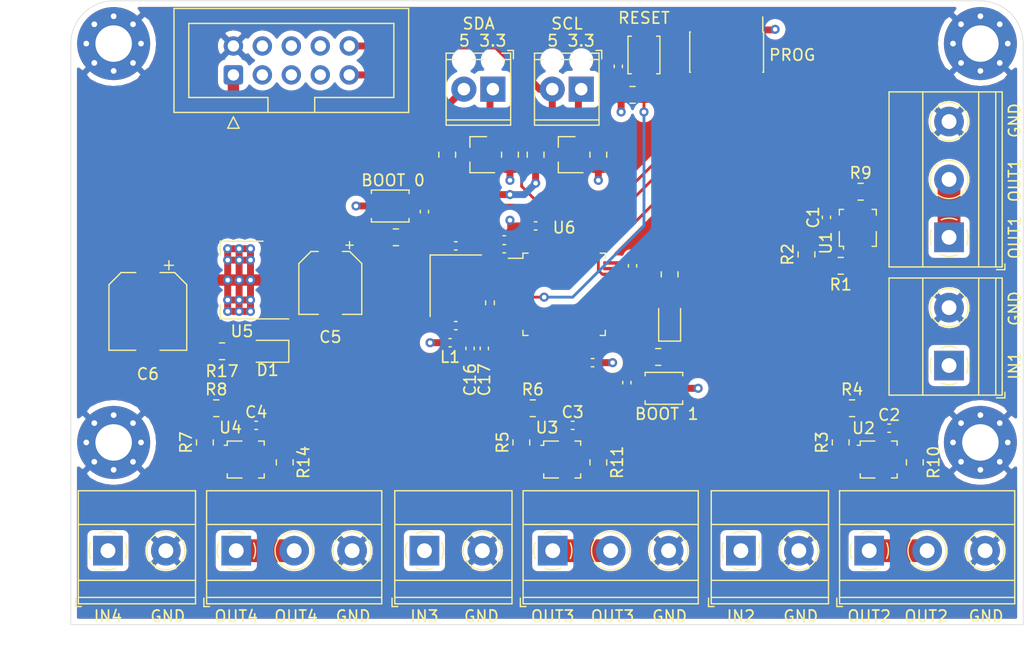
<source format=kicad_pcb>
(kicad_pcb (version 20171130) (host pcbnew 5.1.9-1.fc32)
  (layers (0 F.Cu signal) (1 In1.Cu power) (2 In2.Cu power) (31 B.Cu signal) (34 B.Paste user) (35 F.Paste user) (36 B.SilkS user) (37 F.SilkS user) (38 B.Mask user) (39 F.Mask user) (44 Edge.Cuts user))
  (net 0 "")
  (net 1 GND)
  (net 2 +3V3)
  (net 3 +5V)
  (net 4 OSC_IN)
  (net 5 "Net-(C8-Pad1)")
  (net 6 NRST)
  (net 7 BOOT0)
  (net 8 +3.3VA)
  (net 9 "Net-(D1-Pad2)")
  (net 10 "Net-(D2-Pad2)")
  (net 11 OutMes2)
  (net 12 +12P)
  (net 13 OutMes1)
  (net 14 +12V)
  (net 15 OutMes3)
  (net 16 OutMes4)
  (net 17 +12C)
  (net 18 +12L)
  (net 19 SDA_5)
  (net 20 SCL_5)
  (net 21 SDA_33)
  (net 22 SCL_33)
  (net 23 "Net-(J11-Pad8)")
  (net 24 "Net-(J11-Pad7)")
  (net 25 SWO)
  (net 26 SWCLK)
  (net 27 SWDIO)
  (net 28 "Net-(J12-Pad8)")
  (net 29 "Net-(J12-Pad6)")
  (net 30 "Net-(J12-Pad4)")
  (net 31 "Net-(J12-Pad7)")
  (net 32 "Net-(J12-Pad3)")
  (net 33 ANA_VOLT_1)
  (net 34 ANA_VOLT_2)
  (net 35 ANA_VOLT_3)
  (net 36 ANA_VOLT_4)
  (net 37 FAULT_1)
  (net 38 FAULT_2)
  (net 39 FAULT_3)
  (net 40 FAULT_4)
  (net 41 OSC_OUT)
  (net 42 HEART_BEAT)
  (net 43 BOOT1)
  (net 44 "Net-(U1-Pad8)")
  (net 45 "Net-(U1-Pad7)")
  (net 46 "Net-(U1-Pad6)")
  (net 47 "Net-(U1-Pad5)")
  (net 48 ANA_CURRENT_1)
  (net 49 "Net-(U2-Pad8)")
  (net 50 "Net-(U2-Pad7)")
  (net 51 "Net-(U2-Pad6)")
  (net 52 "Net-(U2-Pad5)")
  (net 53 ANA_CURRENT_2)
  (net 54 "Net-(U3-Pad8)")
  (net 55 "Net-(U3-Pad7)")
  (net 56 "Net-(U3-Pad6)")
  (net 57 "Net-(U3-Pad5)")
  (net 58 ANA_CURRENT_3)
  (net 59 "Net-(U4-Pad8)")
  (net 60 "Net-(U4-Pad7)")
  (net 61 "Net-(U4-Pad6)")
  (net 62 "Net-(U4-Pad5)")
  (net 63 ANA_CURRENT_4)
  (net 64 "Net-(U6-Pad46)")
  (net 65 "Net-(U6-Pad45)")
  (net 66 "Net-(U6-Pad41)")
  (net 67 "Net-(U6-Pad40)")
  (net 68 "Net-(U6-Pad38)")
  (net 69 "Net-(U6-Pad33)")
  (net 70 "Net-(U6-Pad32)")
  (net 71 "Net-(U6-Pad31)")
  (net 72 "Net-(U6-Pad30)")
  (net 73 "Net-(U6-Pad29)")
  (net 74 "Net-(U6-Pad22)")
  (net 75 "Net-(U6-Pad21)")
  (net 76 "Net-(U6-Pad19)")
  (net 77 "Net-(U6-Pad18)")
  (net 78 "Net-(U6-Pad4)")
  (net 79 "Net-(U6-Pad3)")
  (net 80 "Net-(J12-Pad5)")
  (module TerminalBlock_Phoenix:TerminalBlock_Phoenix_MPT-0,5-2-2.54_1x02_P2.54mm_Horizontal (layer F.Cu) (at 160.75 53.75 180)
    (fp_text reference J9 hide)
    (fp_text value "I2C SCL")
    (pad "" np_thru_hole circle (at 2.54 2.54 180) (size 1.1 1.1) (drill 1.1) (layers *.Cu *.Mask))
    (pad 2 thru_hole circle (at 2.54 0 180) (size 2.2 2.2) (drill 1.1) (layers *.Cu *.Mask) (net 20 SCL_5))
    (pad "" np_thru_hole circle (at 0 2.54 180) (size 1.1 1.1) (drill 1.1) (layers *.Cu *.Mask))
    (pad 1 thru_hole rect (at 0 0 180) (size 2.2 2.2) (drill 1.1) (layers *.Cu *.Mask) (net 22 SCL_33))
  )
  (module TerminalBlock_Phoenix:TerminalBlock_Phoenix_MPT-0,5-2-2.54_1x02_P2.54mm_Horizontal (layer F.Cu) (at 153 53.75 180)
    (fp_text reference J10 hide)
    (fp_text value "I2C SDA")
    (pad "" np_thru_hole circle (at 2.54 2.54 180) (size 1.1 1.1) (drill 1.1) (layers *.Cu *.Mask))
    (pad 2 thru_hole circle (at 2.54 0 180) (size 2.2 2.2) (drill 1.1) (layers *.Cu *.Mask) (net 19 SDA_5))
    (pad "" np_thru_hole circle (at 0 2.54 180) (size 1.1 1.1) (drill 1.1) (layers *.Cu *.Mask))
    (pad 1 thru_hole rect (at 0 0 180) (size 2.2 2.2) (drill 1.1) (layers *.Cu *.Mask) (net 21 SDA_33))
  )
  (module MountingHole:MountingHole_3.2mm_M3_Pad_Via (layer F.Cu) (at 195.75 84.75)
    (fp_text reference H4 hide)
    (fp_text value MountingHole_Pad)
    (pad 1 thru_hole circle (at 1.697056 -1.697056) (size 0.8 0.8) (drill 0.5) (layers *.Cu *.Mask) (net 1 GND))
    (pad 1 thru_hole circle (at 0 -2.4) (size 0.8 0.8) (drill 0.5) (layers *.Cu *.Mask) (net 1 GND))
    (pad 1 thru_hole circle (at -1.697056 -1.697056) (size 0.8 0.8) (drill 0.5) (layers *.Cu *.Mask) (net 1 GND))
    (pad 1 thru_hole circle (at -2.4 0) (size 0.8 0.8) (drill 0.5) (layers *.Cu *.Mask) (net 1 GND))
    (pad 1 thru_hole circle (at -1.697056 1.697056) (size 0.8 0.8) (drill 0.5) (layers *.Cu *.Mask) (net 1 GND))
    (pad 1 thru_hole circle (at 0 2.4) (size 0.8 0.8) (drill 0.5) (layers *.Cu *.Mask) (net 1 GND))
    (pad 1 thru_hole circle (at 1.697056 1.697056) (size 0.8 0.8) (drill 0.5) (layers *.Cu *.Mask) (net 1 GND))
    (pad 1 thru_hole circle (at 2.4 0) (size 0.8 0.8) (drill 0.5) (layers *.Cu *.Mask) (net 1 GND))
    (pad 1 thru_hole circle (at 0 0) (size 6.4 6.4) (drill 3.2) (layers *.Cu *.Mask) (net 1 GND))
  )
  (module MountingHole:MountingHole_3.2mm_M3_Pad_Via (layer F.Cu) (at 195.75 49.75)
    (fp_text reference H3 hide)
    (fp_text value MountingHole_Pad)
    (pad 1 thru_hole circle (at 1.697056 -1.697056) (size 0.8 0.8) (drill 0.5) (layers *.Cu *.Mask) (net 1 GND))
    (pad 1 thru_hole circle (at 0 -2.4) (size 0.8 0.8) (drill 0.5) (layers *.Cu *.Mask) (net 1 GND))
    (pad 1 thru_hole circle (at -1.697056 -1.697056) (size 0.8 0.8) (drill 0.5) (layers *.Cu *.Mask) (net 1 GND))
    (pad 1 thru_hole circle (at -2.4 0) (size 0.8 0.8) (drill 0.5) (layers *.Cu *.Mask) (net 1 GND))
    (pad 1 thru_hole circle (at -1.697056 1.697056) (size 0.8 0.8) (drill 0.5) (layers *.Cu *.Mask) (net 1 GND))
    (pad 1 thru_hole circle (at 0 2.4) (size 0.8 0.8) (drill 0.5) (layers *.Cu *.Mask) (net 1 GND))
    (pad 1 thru_hole circle (at 1.697056 1.697056) (size 0.8 0.8) (drill 0.5) (layers *.Cu *.Mask) (net 1 GND))
    (pad 1 thru_hole circle (at 2.4 0) (size 0.8 0.8) (drill 0.5) (layers *.Cu *.Mask) (net 1 GND))
    (pad 1 thru_hole circle (at 0 0) (size 6.4 6.4) (drill 3.2) (layers *.Cu *.Mask) (net 1 GND))
  )
  (module MountingHole:MountingHole_3.2mm_M3_Pad_Via (layer F.Cu) (at 119.75 84.75)
    (fp_text reference H2 hide)
    (fp_text value MountingHole_Pad)
    (pad 1 thru_hole circle (at 1.697056 -1.697056) (size 0.8 0.8) (drill 0.5) (layers *.Cu *.Mask) (net 1 GND))
    (pad 1 thru_hole circle (at 0 -2.4) (size 0.8 0.8) (drill 0.5) (layers *.Cu *.Mask) (net 1 GND))
    (pad 1 thru_hole circle (at -1.697056 -1.697056) (size 0.8 0.8) (drill 0.5) (layers *.Cu *.Mask) (net 1 GND))
    (pad 1 thru_hole circle (at -2.4 0) (size 0.8 0.8) (drill 0.5) (layers *.Cu *.Mask) (net 1 GND))
    (pad 1 thru_hole circle (at -1.697056 1.697056) (size 0.8 0.8) (drill 0.5) (layers *.Cu *.Mask) (net 1 GND))
    (pad 1 thru_hole circle (at 0 2.4) (size 0.8 0.8) (drill 0.5) (layers *.Cu *.Mask) (net 1 GND))
    (pad 1 thru_hole circle (at 1.697056 1.697056) (size 0.8 0.8) (drill 0.5) (layers *.Cu *.Mask) (net 1 GND))
    (pad 1 thru_hole circle (at 2.4 0) (size 0.8 0.8) (drill 0.5) (layers *.Cu *.Mask) (net 1 GND))
    (pad 1 thru_hole circle (at 0 0) (size 6.4 6.4) (drill 3.2) (layers *.Cu *.Mask) (net 1 GND))
  )
  (module MountingHole:MountingHole_3.2mm_M3_Pad_Via (layer F.Cu) (at 119.75 49.75)
    (fp_text reference H1 hide)
    (fp_text value MountingHole_Pad)
    (pad 1 thru_hole circle (at 1.697056 -1.697056) (size 0.8 0.8) (drill 0.5) (layers *.Cu *.Mask) (net 1 GND))
    (pad 1 thru_hole circle (at 0 -2.4) (size 0.8 0.8) (drill 0.5) (layers *.Cu *.Mask) (net 1 GND))
    (pad 1 thru_hole circle (at -1.697056 -1.697056) (size 0.8 0.8) (drill 0.5) (layers *.Cu *.Mask) (net 1 GND))
    (pad 1 thru_hole circle (at -2.4 0) (size 0.8 0.8) (drill 0.5) (layers *.Cu *.Mask) (net 1 GND))
    (pad 1 thru_hole circle (at -1.697056 1.697056) (size 0.8 0.8) (drill 0.5) (layers *.Cu *.Mask) (net 1 GND))
    (pad 1 thru_hole circle (at 0 2.4) (size 0.8 0.8) (drill 0.5) (layers *.Cu *.Mask) (net 1 GND))
    (pad 1 thru_hole circle (at 1.697056 1.697056) (size 0.8 0.8) (drill 0.5) (layers *.Cu *.Mask) (net 1 GND))
    (pad 1 thru_hole circle (at 2.4 0) (size 0.8 0.8) (drill 0.5) (layers *.Cu *.Mask) (net 1 GND))
    (pad 1 thru_hole circle (at 0 0) (size 6.4 6.4) (drill 3.2) (layers *.Cu *.Mask) (net 1 GND))
  )
  (module Button_Switch_SMD:SW_SPST_B3U-1000P (layer F.Cu) (at 168 80)
    (fp_text reference SW3 hide)
    (fp_text value Boot1)
    (pad 2 smd rect (at 1.7 0) (size 0.9 1.7) (layers F.Cu F.Paste F.Mask) (net 2 +3V3))
    (pad 1 smd rect (at -1.7 0) (size 0.9 1.7) (layers F.Cu F.Paste F.Mask) (net 43 BOOT1))
  )
  (module Capacitor_SMD:C_0402_1005Metric_Pad0.74x0.62mm_HandSolder (layer F.Cu) (at 164.75 79.5 90)
    (fp_text reference C18 hide)
    (fp_text value 100n)
    (pad 2 smd roundrect (at 0.5675 0 90) (size 0.735 0.62) (layers F.Cu F.Paste F.Mask) (net 1 GND))
    (pad 1 smd roundrect (at -0.5675 0 90) (size 0.735 0.62) (layers F.Cu F.Paste F.Mask) (net 43 BOOT1))
  )
  (module Resistor_SMD:R_0402_1005Metric_Pad0.72x0.64mm_HandSolder (layer F.Cu) (at 152.75 72.5 270)
    (fp_text reference R20 hide)
    (fp_text value 47)
    (pad 2 smd roundrect (at 0.5975 0 270) (size 0.715 0.64) (layers F.Cu F.Paste F.Mask) (net 5 "Net-(C8-Pad1)"))
    (pad 1 smd roundrect (at -0.5975 0 270) (size 0.715 0.64) (layers F.Cu F.Paste F.Mask) (net 41 OSC_OUT))
  )
  (module Crystal:Crystal_SMD_3225-4Pin_3.2x2.5mm_HandSoldering (layer F.Cu) (at 149.75 71 270)
    (fp_text reference Y1 hide)
    (fp_text value 16Mhz)
    (pad 4 smd rect (at -1.45 -1.15 270) (size 2.1 1.8) (layers F.Cu F.Paste F.Mask) (net 1 GND))
    (pad 3 smd rect (at 1.45 -1.15 270) (size 2.1 1.8) (layers F.Cu F.Paste F.Mask) (net 5 "Net-(C8-Pad1)"))
    (pad 2 smd rect (at 1.45 1.15 270) (size 2.1 1.8) (layers F.Cu F.Paste F.Mask) (net 1 GND))
    (pad 1 smd rect (at -1.45 1.15 270) (size 2.1 1.8) (layers F.Cu F.Paste F.Mask) (net 4 OSC_IN))
  )
  (module Package_QFP:LQFP-48_7x7mm_P0.5mm (layer F.Cu) (at 159.25 71.75)
    (fp_text reference U6 (at 0 -5.85) (layer F.SilkS))
    (fp_text value STM32F103C8Tx)
    (pad 48 smd roundrect (at -2.75 -4.1625) (size 0.3 1.475) (layers F.Cu F.Paste F.Mask) (net 2 +3V3))
    (pad 47 smd roundrect (at -2.25 -4.1625) (size 0.3 1.475) (layers F.Cu F.Paste F.Mask) (net 1 GND))
    (pad 46 smd roundrect (at -1.75 -4.1625) (size 0.3 1.475) (layers F.Cu F.Paste F.Mask) (net 64 "Net-(U6-Pad46)"))
    (pad 45 smd roundrect (at -1.25 -4.1625) (size 0.3 1.475) (layers F.Cu F.Paste F.Mask) (net 65 "Net-(U6-Pad45)"))
    (pad 44 smd roundrect (at -0.75 -4.1625) (size 0.3 1.475) (layers F.Cu F.Paste F.Mask) (net 7 BOOT0))
    (pad 43 smd roundrect (at -0.25 -4.1625) (size 0.3 1.475) (layers F.Cu F.Paste F.Mask) (net 21 SDA_33))
    (pad 42 smd roundrect (at 0.25 -4.1625) (size 0.3 1.475) (layers F.Cu F.Paste F.Mask) (net 22 SCL_33))
    (pad 41 smd roundrect (at 0.75 -4.1625) (size 0.3 1.475) (layers F.Cu F.Paste F.Mask) (net 66 "Net-(U6-Pad41)"))
    (pad 40 smd roundrect (at 1.25 -4.1625) (size 0.3 1.475) (layers F.Cu F.Paste F.Mask) (net 67 "Net-(U6-Pad40)"))
    (pad 39 smd roundrect (at 1.75 -4.1625) (size 0.3 1.475) (layers F.Cu F.Paste F.Mask) (net 25 SWO))
    (pad 38 smd roundrect (at 2.25 -4.1625) (size 0.3 1.475) (layers F.Cu F.Paste F.Mask) (net 68 "Net-(U6-Pad38)"))
    (pad 37 smd roundrect (at 2.75 -4.1625) (size 0.3 1.475) (layers F.Cu F.Paste F.Mask) (net 26 SWCLK))
    (pad 36 smd roundrect (at 4.1625 -2.75) (size 1.475 0.3) (layers F.Cu F.Paste F.Mask) (net 2 +3V3))
    (pad 35 smd roundrect (at 4.1625 -2.25) (size 1.475 0.3) (layers F.Cu F.Paste F.Mask) (net 1 GND))
    (pad 34 smd roundrect (at 4.1625 -1.75) (size 1.475 0.3) (layers F.Cu F.Paste F.Mask) (net 27 SWDIO))
    (pad 33 smd roundrect (at 4.1625 -1.25) (size 1.475 0.3) (layers F.Cu F.Paste F.Mask) (net 69 "Net-(U6-Pad33)"))
    (pad 32 smd roundrect (at 4.1625 -0.75) (size 1.475 0.3) (layers F.Cu F.Paste F.Mask) (net 70 "Net-(U6-Pad32)"))
    (pad 31 smd roundrect (at 4.1625 -0.25) (size 1.475 0.3) (layers F.Cu F.Paste F.Mask) (net 71 "Net-(U6-Pad31)"))
    (pad 30 smd roundrect (at 4.1625 0.25) (size 1.475 0.3) (layers F.Cu F.Paste F.Mask) (net 72 "Net-(U6-Pad30)"))
    (pad 29 smd roundrect (at 4.1625 0.75) (size 1.475 0.3) (layers F.Cu F.Paste F.Mask) (net 73 "Net-(U6-Pad29)"))
    (pad 28 smd roundrect (at 4.1625 1.25) (size 1.475 0.3) (layers F.Cu F.Paste F.Mask) (net 40 FAULT_4))
    (pad 27 smd roundrect (at 4.1625 1.75) (size 1.475 0.3) (layers F.Cu F.Paste F.Mask) (net 39 FAULT_3))
    (pad 26 smd roundrect (at 4.1625 2.25) (size 1.475 0.3) (layers F.Cu F.Paste F.Mask) (net 38 FAULT_2))
    (pad 25 smd roundrect (at 4.1625 2.75) (size 1.475 0.3) (layers F.Cu F.Paste F.Mask) (net 37 FAULT_1))
    (pad 24 smd roundrect (at 2.75 4.1625) (size 0.3 1.475) (layers F.Cu F.Paste F.Mask) (net 2 +3V3))
    (pad 23 smd roundrect (at 2.25 4.1625) (size 0.3 1.475) (layers F.Cu F.Paste F.Mask) (net 1 GND))
    (pad 22 smd roundrect (at 1.75 4.1625) (size 0.3 1.475) (layers F.Cu F.Paste F.Mask) (net 74 "Net-(U6-Pad22)"))
    (pad 21 smd roundrect (at 1.25 4.1625) (size 0.3 1.475) (layers F.Cu F.Paste F.Mask) (net 75 "Net-(U6-Pad21)"))
    (pad 20 smd roundrect (at 0.75 4.1625) (size 0.3 1.475) (layers F.Cu F.Paste F.Mask) (net 43 BOOT1))
    (pad 19 smd roundrect (at 0.25 4.1625) (size 0.3 1.475) (layers F.Cu F.Paste F.Mask) (net 76 "Net-(U6-Pad19)"))
    (pad 18 smd roundrect (at -0.25 4.1625) (size 0.3 1.475) (layers F.Cu F.Paste F.Mask) (net 77 "Net-(U6-Pad18)"))
    (pad 17 smd roundrect (at -0.75 4.1625) (size 0.3 1.475) (layers F.Cu F.Paste F.Mask) (net 36 ANA_VOLT_4))
    (pad 16 smd roundrect (at -1.25 4.1625) (size 0.3 1.475) (layers F.Cu F.Paste F.Mask) (net 35 ANA_VOLT_3))
    (pad 15 smd roundrect (at -1.75 4.1625) (size 0.3 1.475) (layers F.Cu F.Paste F.Mask) (net 34 ANA_VOLT_2))
    (pad 14 smd roundrect (at -2.25 4.1625) (size 0.3 1.475) (layers F.Cu F.Paste F.Mask) (net 33 ANA_VOLT_1))
    (pad 13 smd roundrect (at -2.75 4.1625) (size 0.3 1.475) (layers F.Cu F.Paste F.Mask) (net 63 ANA_CURRENT_4))
    (pad 12 smd roundrect (at -4.1625 2.75) (size 1.475 0.3) (layers F.Cu F.Paste F.Mask) (net 58 ANA_CURRENT_3))
    (pad 11 smd roundrect (at -4.1625 2.25) (size 1.475 0.3) (layers F.Cu F.Paste F.Mask) (net 53 ANA_CURRENT_2))
    (pad 10 smd roundrect (at -4.1625 1.75) (size 1.475 0.3) (layers F.Cu F.Paste F.Mask) (net 48 ANA_CURRENT_1))
    (pad 9 smd roundrect (at -4.1625 1.25) (size 1.475 0.3) (layers F.Cu F.Paste F.Mask) (net 8 +3.3VA))
    (pad 8 smd roundrect (at -4.1625 0.75) (size 1.475 0.3) (layers F.Cu F.Paste F.Mask) (net 1 GND))
    (pad 7 smd roundrect (at -4.1625 0.25) (size 1.475 0.3) (layers F.Cu F.Paste F.Mask) (net 6 NRST))
    (pad 6 smd roundrect (at -4.1625 -0.25) (size 1.475 0.3) (layers F.Cu F.Paste F.Mask) (net 41 OSC_OUT))
    (pad 5 smd roundrect (at -4.1625 -0.75) (size 1.475 0.3) (layers F.Cu F.Paste F.Mask) (net 4 OSC_IN))
    (pad 4 smd roundrect (at -4.1625 -1.25) (size 1.475 0.3) (layers F.Cu F.Paste F.Mask) (net 78 "Net-(U6-Pad4)"))
    (pad 3 smd roundrect (at -4.1625 -1.75) (size 1.475 0.3) (layers F.Cu F.Paste F.Mask) (net 79 "Net-(U6-Pad3)"))
    (pad 2 smd roundrect (at -4.1625 -2.25) (size 1.475 0.3) (layers F.Cu F.Paste F.Mask) (net 42 HEART_BEAT))
    (pad 1 smd roundrect (at -4.1625 -2.75) (size 1.475 0.3) (layers F.Cu F.Paste F.Mask) (net 2 +3V3))
  )
  (module Package_TO_SOT_SMD:SOT-223-3_TabPin2 (layer F.Cu) (at 131 70.5 180)
    (fp_text reference U5 (at 0 -4.5) (layer F.SilkS))
    (fp_text value AMS1117-3.3)
    (pad 1 smd rect (at -3.15 -2.3 180) (size 2 1.5) (layers F.Cu F.Paste F.Mask) (net 1 GND))
    (pad 3 smd rect (at -3.15 2.3 180) (size 2 1.5) (layers F.Cu F.Paste F.Mask) (net 3 +5V))
    (pad 2 smd rect (at -3.15 0 180) (size 2 1.5) (layers F.Cu F.Paste F.Mask) (net 2 +3V3))
    (pad 2 smd rect (at 3.15 0 180) (size 2 3.8) (layers F.Cu F.Paste F.Mask) (net 2 +3V3))
  )
  (module Sensor_Current:Allegro_QFN-12-10-1EP_3x3mm_P0.5mm (layer F.Cu) (at 131.25 86.25)
    (fp_text reference U4 (at -1.25 -2.8) (layer F.SilkS))
    (fp_text value ACS711xEXLT-15AB)
    (pad 2 smd rect (at -0.785 0.7 45) (size 0.2828 0.2828) (layers F.Cu F.Paste F.Mask) (net 16 OutMes4))
    (pad 2 smd rect (at -0.685 0.4) (size 0.2 0.6) (layers F.Cu F.Paste F.Mask) (net 16 OutMes4))
    (pad 2 smd rect (at -1.32 0.5) (size 1.07 0.8) (layers F.Cu F.Paste F.Mask) (net 16 OutMes4))
    (pad 1 smd rect (at -0.785 -0.7 45) (size 0.2828 0.2828) (layers F.Cu F.Paste F.Mask) (net 18 +12L))
    (pad 1 smd rect (at -0.685 -0.4) (size 0.2 0.6) (layers F.Cu F.Paste F.Mask) (net 18 +12L))
    (pad 1 smd rect (at -1.32 -0.5) (size 1.07 0.8) (layers F.Cu F.Paste F.Mask) (net 18 +12L))
    (pad 8 smd rect (at 1.43 -0.75) (size 0.85 0.3) (layers F.Cu F.Paste F.Mask) (net 59 "Net-(U4-Pad8)"))
    (pad 7 smd rect (at 1.43 -0.25) (size 0.85 0.3) (layers F.Cu F.Paste F.Mask) (net 60 "Net-(U4-Pad7)"))
    (pad 6 smd rect (at 1.43 0.25) (size 0.85 0.3) (layers F.Cu F.Paste F.Mask) (net 61 "Net-(U4-Pad6)"))
    (pad 5 smd rect (at 1.43 0.75) (size 0.85 0.3) (layers F.Cu F.Paste F.Mask) (net 62 "Net-(U4-Pad5)"))
    (pad 4 smd rect (at 0.73 1.45) (size 0.3 0.85) (layers F.Cu F.Paste F.Mask) (net 40 FAULT_4))
    (pad 3 smd rect (at 0.23 1.45) (size 0.3 0.85) (layers F.Cu F.Paste F.Mask) (net 1 GND))
    (pad 9 smd rect (at 0.73 -1.45) (size 0.3 0.85) (layers F.Cu F.Paste F.Mask) (net 63 ANA_CURRENT_4))
    (pad 10 smd rect (at 0.23 -1.45) (size 0.3 0.85) (layers F.Cu F.Paste F.Mask) (net 2 +3V3))
  )
  (module Sensor_Current:Allegro_QFN-12-10-1EP_3x3mm_P0.5mm (layer F.Cu) (at 159 86.25)
    (fp_text reference U3 (at -1.25 -2.8) (layer F.SilkS))
    (fp_text value ACS711xEXLT-15AB)
    (pad 2 smd rect (at -0.785 0.7 45) (size 0.2828 0.2828) (layers F.Cu F.Paste F.Mask) (net 15 OutMes3))
    (pad 2 smd rect (at -0.685 0.4) (size 0.2 0.6) (layers F.Cu F.Paste F.Mask) (net 15 OutMes3))
    (pad 2 smd rect (at -1.32 0.5) (size 1.07 0.8) (layers F.Cu F.Paste F.Mask) (net 15 OutMes3))
    (pad 1 smd rect (at -0.785 -0.7 45) (size 0.2828 0.2828) (layers F.Cu F.Paste F.Mask) (net 17 +12C))
    (pad 1 smd rect (at -0.685 -0.4) (size 0.2 0.6) (layers F.Cu F.Paste F.Mask) (net 17 +12C))
    (pad 1 smd rect (at -1.32 -0.5) (size 1.07 0.8) (layers F.Cu F.Paste F.Mask) (net 17 +12C))
    (pad 8 smd rect (at 1.43 -0.75) (size 0.85 0.3) (layers F.Cu F.Paste F.Mask) (net 54 "Net-(U3-Pad8)"))
    (pad 7 smd rect (at 1.43 -0.25) (size 0.85 0.3) (layers F.Cu F.Paste F.Mask) (net 55 "Net-(U3-Pad7)"))
    (pad 6 smd rect (at 1.43 0.25) (size 0.85 0.3) (layers F.Cu F.Paste F.Mask) (net 56 "Net-(U3-Pad6)"))
    (pad 5 smd rect (at 1.43 0.75) (size 0.85 0.3) (layers F.Cu F.Paste F.Mask) (net 57 "Net-(U3-Pad5)"))
    (pad 4 smd rect (at 0.73 1.45) (size 0.3 0.85) (layers F.Cu F.Paste F.Mask) (net 39 FAULT_3))
    (pad 3 smd rect (at 0.23 1.45) (size 0.3 0.85) (layers F.Cu F.Paste F.Mask) (net 1 GND))
    (pad 9 smd rect (at 0.73 -1.45) (size 0.3 0.85) (layers F.Cu F.Paste F.Mask) (net 58 ANA_CURRENT_3))
    (pad 10 smd rect (at 0.23 -1.45) (size 0.3 0.85) (layers F.Cu F.Paste F.Mask) (net 2 +3V3))
  )
  (module Sensor_Current:Allegro_QFN-12-10-1EP_3x3mm_P0.5mm (layer F.Cu) (at 186.75 86.25)
    (fp_text reference U2 (at -1.25 -2.75) (layer F.SilkS))
    (fp_text value ACS711xEXLT-15AB)
    (pad 2 smd rect (at -0.785 0.7 45) (size 0.2828 0.2828) (layers F.Cu F.Paste F.Mask) (net 11 OutMes2))
    (pad 2 smd rect (at -0.685 0.4) (size 0.2 0.6) (layers F.Cu F.Paste F.Mask) (net 11 OutMes2))
    (pad 2 smd rect (at -1.32 0.5) (size 1.07 0.8) (layers F.Cu F.Paste F.Mask) (net 11 OutMes2))
    (pad 1 smd rect (at -0.785 -0.7 45) (size 0.2828 0.2828) (layers F.Cu F.Paste F.Mask) (net 14 +12V))
    (pad 1 smd rect (at -0.685 -0.4) (size 0.2 0.6) (layers F.Cu F.Paste F.Mask) (net 14 +12V))
    (pad 1 smd rect (at -1.32 -0.5) (size 1.07 0.8) (layers F.Cu F.Paste F.Mask) (net 14 +12V))
    (pad 8 smd rect (at 1.43 -0.75) (size 0.85 0.3) (layers F.Cu F.Paste F.Mask) (net 49 "Net-(U2-Pad8)"))
    (pad 7 smd rect (at 1.43 -0.25) (size 0.85 0.3) (layers F.Cu F.Paste F.Mask) (net 50 "Net-(U2-Pad7)"))
    (pad 6 smd rect (at 1.43 0.25) (size 0.85 0.3) (layers F.Cu F.Paste F.Mask) (net 51 "Net-(U2-Pad6)"))
    (pad 5 smd rect (at 1.43 0.75) (size 0.85 0.3) (layers F.Cu F.Paste F.Mask) (net 52 "Net-(U2-Pad5)"))
    (pad 4 smd rect (at 0.73 1.45) (size 0.3 0.85) (layers F.Cu F.Paste F.Mask) (net 38 FAULT_2))
    (pad 3 smd rect (at 0.23 1.45) (size 0.3 0.85) (layers F.Cu F.Paste F.Mask) (net 1 GND))
    (pad 9 smd rect (at 0.73 -1.45) (size 0.3 0.85) (layers F.Cu F.Paste F.Mask) (net 53 ANA_CURRENT_2))
    (pad 10 smd rect (at 0.23 -1.45) (size 0.3 0.85) (layers F.Cu F.Paste F.Mask) (net 2 +3V3))
  )
  (module Sensor_Current:Allegro_QFN-12-10-1EP_3x3mm_P0.5mm (layer F.Cu) (at 185 66 90)
    (fp_text reference U1 (at -1.25 -2.8 90) (layer F.SilkS))
    (fp_text value ACS711xEXLT-15AB)
    (pad 2 smd rect (at -0.785 0.7 135) (size 0.2828 0.2828) (layers F.Cu F.Paste F.Mask) (net 13 OutMes1))
    (pad 2 smd rect (at -0.685 0.4 90) (size 0.2 0.6) (layers F.Cu F.Paste F.Mask) (net 13 OutMes1))
    (pad 2 smd rect (at -1.32 0.5 90) (size 1.07 0.8) (layers F.Cu F.Paste F.Mask) (net 13 OutMes1))
    (pad 1 smd rect (at -0.785 -0.7 135) (size 0.2828 0.2828) (layers F.Cu F.Paste F.Mask) (net 12 +12P))
    (pad 1 smd rect (at -0.685 -0.4 90) (size 0.2 0.6) (layers F.Cu F.Paste F.Mask) (net 12 +12P))
    (pad 1 smd rect (at -1.32 -0.5 90) (size 1.07 0.8) (layers F.Cu F.Paste F.Mask) (net 12 +12P))
    (pad 8 smd rect (at 1.43 -0.75 90) (size 0.85 0.3) (layers F.Cu F.Paste F.Mask) (net 44 "Net-(U1-Pad8)"))
    (pad 7 smd rect (at 1.43 -0.25 90) (size 0.85 0.3) (layers F.Cu F.Paste F.Mask) (net 45 "Net-(U1-Pad7)"))
    (pad 6 smd rect (at 1.43 0.25 90) (size 0.85 0.3) (layers F.Cu F.Paste F.Mask) (net 46 "Net-(U1-Pad6)"))
    (pad 5 smd rect (at 1.43 0.75 90) (size 0.85 0.3) (layers F.Cu F.Paste F.Mask) (net 47 "Net-(U1-Pad5)"))
    (pad 4 smd rect (at 0.73 1.45 90) (size 0.3 0.85) (layers F.Cu F.Paste F.Mask) (net 37 FAULT_1))
    (pad 3 smd rect (at 0.23 1.45 90) (size 0.3 0.85) (layers F.Cu F.Paste F.Mask) (net 1 GND))
    (pad 9 smd rect (at 0.73 -1.45 90) (size 0.3 0.85) (layers F.Cu F.Paste F.Mask) (net 48 ANA_CURRENT_1))
    (pad 10 smd rect (at 0.23 -1.45 90) (size 0.3 0.85) (layers F.Cu F.Paste F.Mask) (net 2 +3V3))
  )
  (module Button_Switch_SMD:SW_SPST_B3U-1000P (layer F.Cu) (at 144 64 180)
    (fp_text reference SW2 hide)
    (fp_text value Boot0)
    (pad 2 smd rect (at 1.7 0 180) (size 0.9 1.7) (layers F.Cu F.Paste F.Mask) (net 2 +3V3))
    (pad 1 smd rect (at -1.7 0 180) (size 0.9 1.7) (layers F.Cu F.Paste F.Mask) (net 7 BOOT0))
  )
  (module Button_Switch_SMD:SW_SPST_B3U-1000P (layer F.Cu) (at 166.25 50.75 270)
    (fp_text reference SW1 hide)
    (fp_text value Reset)
    (pad 2 smd rect (at 1.7 0 270) (size 0.9 1.7) (layers F.Cu F.Paste F.Mask) (net 6 NRST))
    (pad 1 smd rect (at -1.7 0 270) (size 0.9 1.7) (layers F.Cu F.Paste F.Mask) (net 1 GND))
  )
  (module Resistor_SMD:R_0805_2012Metric_Pad1.20x1.40mm_HandSolder (layer F.Cu) (at 167.5 77.25)
    (fp_text reference R22 hide)
    (fp_text value 10k)
    (pad 2 smd roundrect (at 1 0) (size 1.2 1.4) (layers F.Cu F.Paste F.Mask) (roundrect_rratio 0.208333) (net 1 GND))
    (pad 1 smd roundrect (at -1 0) (size 1.2 1.4) (layers F.Cu F.Paste F.Mask) (roundrect_rratio 0.208333) (net 43 BOOT1))
  )
  (module Resistor_SMD:R_0805_2012Metric_Pad1.20x1.40mm_HandSolder (layer F.Cu) (at 168.5 70 270)
    (fp_text reference R21 hide)
    (fp_text value 1k5)
    (pad 2 smd roundrect (at 1 0 270) (size 1.2 1.4) (layers F.Cu F.Paste F.Mask) (roundrect_rratio 0.208333) (net 10 "Net-(D2-Pad2)"))
    (pad 1 smd roundrect (at -1 0 270) (size 1.2 1.4) (layers F.Cu F.Paste F.Mask) (roundrect_rratio 0.208333) (net 42 HEART_BEAT))
  )
  (module Resistor_SMD:R_0805_2012Metric_Pad1.20x1.40mm_HandSolder (layer F.Cu) (at 144.5 66.75 180)
    (fp_text reference R19 hide)
    (fp_text value 10k)
    (pad 2 smd roundrect (at 1 0 180) (size 1.2 1.4) (layers F.Cu F.Paste F.Mask) (roundrect_rratio 0.208333) (net 1 GND))
    (pad 1 smd roundrect (at -1 0 180) (size 1.2 1.4) (layers F.Cu F.Paste F.Mask) (roundrect_rratio 0.208333) (net 7 BOOT0))
  )
  (module Resistor_SMD:R_0805_2012Metric_Pad1.20x1.40mm_HandSolder (layer F.Cu) (at 165.25 54.25)
    (fp_text reference R18 hide)
    (fp_text value 10k)
    (pad 2 smd roundrect (at 1 0) (size 1.2 1.4) (layers F.Cu F.Paste F.Mask) (roundrect_rratio 0.208333) (net 6 NRST))
    (pad 1 smd roundrect (at -1 0) (size 1.2 1.4) (layers F.Cu F.Paste F.Mask) (roundrect_rratio 0.208333) (net 2 +3V3))
  )
  (module Resistor_SMD:R_0805_2012Metric_Pad1.20x1.40mm_HandSolder (layer F.Cu) (at 129.25 76.75)
    (fp_text reference R17 (at 0 1.75) (layer F.SilkS))
    (fp_text value 18)
    (pad 2 smd roundrect (at 1 0) (size 1.2 1.4) (layers F.Cu F.Paste F.Mask) (roundrect_rratio 0.208333) (net 9 "Net-(D1-Pad2)"))
    (pad 1 smd roundrect (at -1 0) (size 1.2 1.4) (layers F.Cu F.Paste F.Mask) (roundrect_rratio 0.208333) (net 2 +3V3))
  )
  (module Resistor_SMD:R_0805_2012Metric_Pad1.20x1.40mm_HandSolder (layer F.Cu) (at 149 59.5 90)
    (fp_text reference R16 hide)
    (fp_text value 10k)
    (pad 2 smd roundrect (at 1 0 90) (size 1.2 1.4) (layers F.Cu F.Paste F.Mask) (roundrect_rratio 0.208333) (net 19 SDA_5))
    (pad 1 smd roundrect (at -1 0 90) (size 1.2 1.4) (layers F.Cu F.Paste F.Mask) (roundrect_rratio 0.208333) (net 3 +5V))
  )
  (module Resistor_SMD:R_0805_2012Metric_Pad1.20x1.40mm_HandSolder (layer F.Cu) (at 156.75 59.5 90)
    (fp_text reference R15 hide)
    (fp_text value 10k)
    (pad 2 smd roundrect (at 1 0 90) (size 1.2 1.4) (layers F.Cu F.Paste F.Mask) (roundrect_rratio 0.208333) (net 20 SCL_5))
    (pad 1 smd roundrect (at -1 0 90) (size 1.2 1.4) (layers F.Cu F.Paste F.Mask) (roundrect_rratio 0.208333) (net 3 +5V))
  )
  (module Resistor_SMD:R_0805_2012Metric_Pad1.20x1.40mm_HandSolder (layer F.Cu) (at 134.75 86.5 270)
    (fp_text reference R14 (at 0 -1.65 90) (layer F.SilkS))
    (fp_text value 10k)
    (pad 2 smd roundrect (at 1 0 270) (size 1.2 1.4) (layers F.Cu F.Paste F.Mask) (roundrect_rratio 0.208333) (net 40 FAULT_4))
    (pad 1 smd roundrect (at -1 0 270) (size 1.2 1.4) (layers F.Cu F.Paste F.Mask) (roundrect_rratio 0.208333) (net 2 +3V3))
  )
  (module Resistor_SMD:R_0805_2012Metric_Pad1.20x1.40mm_HandSolder (layer F.Cu) (at 154.5 59.5 90)
    (fp_text reference R13 hide)
    (fp_text value 10k)
    (pad 2 smd roundrect (at 1 0 90) (size 1.2 1.4) (layers F.Cu F.Paste F.Mask) (roundrect_rratio 0.208333) (net 21 SDA_33))
    (pad 1 smd roundrect (at -1 0 90) (size 1.2 1.4) (layers F.Cu F.Paste F.Mask) (roundrect_rratio 0.208333) (net 2 +3V3))
  )
  (module Resistor_SMD:R_0805_2012Metric_Pad1.20x1.40mm_HandSolder (layer F.Cu) (at 162.25 59.5 90)
    (fp_text reference R12 hide)
    (fp_text value 10k)
    (pad 2 smd roundrect (at 1 0 90) (size 1.2 1.4) (layers F.Cu F.Paste F.Mask) (roundrect_rratio 0.208333) (net 22 SCL_33))
    (pad 1 smd roundrect (at -1 0 90) (size 1.2 1.4) (layers F.Cu F.Paste F.Mask) (roundrect_rratio 0.208333) (net 2 +3V3))
  )
  (module Resistor_SMD:R_0805_2012Metric_Pad1.20x1.40mm_HandSolder (layer F.Cu) (at 162.25 86.5 270)
    (fp_text reference R11 (at 0 -1.65 90) (layer F.SilkS))
    (fp_text value 10k)
    (pad 2 smd roundrect (at 1 0 270) (size 1.2 1.4) (layers F.Cu F.Paste F.Mask) (roundrect_rratio 0.208333) (net 39 FAULT_3))
    (pad 1 smd roundrect (at -1 0 270) (size 1.2 1.4) (layers F.Cu F.Paste F.Mask) (roundrect_rratio 0.208333) (net 2 +3V3))
  )
  (module Resistor_SMD:R_0805_2012Metric_Pad1.20x1.40mm_HandSolder (layer F.Cu) (at 190 86.5 270)
    (fp_text reference R10 (at 0 -1.65 90) (layer F.SilkS))
    (fp_text value 10k)
    (pad 2 smd roundrect (at 1 0 270) (size 1.2 1.4) (layers F.Cu F.Paste F.Mask) (roundrect_rratio 0.208333) (net 38 FAULT_2))
    (pad 1 smd roundrect (at -1 0 270) (size 1.2 1.4) (layers F.Cu F.Paste F.Mask) (roundrect_rratio 0.208333) (net 2 +3V3))
  )
  (module Resistor_SMD:R_0805_2012Metric_Pad1.20x1.40mm_HandSolder (layer F.Cu) (at 185.25 62.75)
    (fp_text reference R9 (at 0 -1.65) (layer F.SilkS))
    (fp_text value 10k)
    (pad 2 smd roundrect (at 1 0) (size 1.2 1.4) (layers F.Cu F.Paste F.Mask) (roundrect_rratio 0.208333) (net 37 FAULT_1))
    (pad 1 smd roundrect (at -1 0) (size 1.2 1.4) (layers F.Cu F.Paste F.Mask) (roundrect_rratio 0.208333) (net 2 +3V3))
  )
  (module Resistor_SMD:R_0805_2012Metric_Pad1.20x1.40mm_HandSolder (layer F.Cu) (at 128.75 81.75)
    (fp_text reference R8 (at 0 -1.65) (layer F.SilkS))
    (fp_text value 1.8k)
    (pad 2 smd roundrect (at 1 0) (size 1.2 1.4) (layers F.Cu F.Paste F.Mask) (roundrect_rratio 0.208333) (net 1 GND))
    (pad 1 smd roundrect (at -1 0) (size 1.2 1.4) (layers F.Cu F.Paste F.Mask) (roundrect_rratio 0.208333) (net 36 ANA_VOLT_4))
  )
  (module Resistor_SMD:R_0805_2012Metric_Pad1.20x1.40mm_HandSolder (layer F.Cu) (at 127.75 84.75 90)
    (fp_text reference R7 (at 0 -1.65 90) (layer F.SilkS))
    (fp_text value 5.6k)
    (pad 2 smd roundrect (at 1 0 90) (size 1.2 1.4) (layers F.Cu F.Paste F.Mask) (roundrect_rratio 0.208333) (net 36 ANA_VOLT_4))
    (pad 1 smd roundrect (at -1 0 90) (size 1.2 1.4) (layers F.Cu F.Paste F.Mask) (roundrect_rratio 0.208333) (net 18 +12L))
  )
  (module Resistor_SMD:R_0805_2012Metric_Pad1.20x1.40mm_HandSolder (layer F.Cu) (at 156.5 81.75)
    (fp_text reference R6 (at 0 -1.65) (layer F.SilkS))
    (fp_text value 1.8k)
    (pad 2 smd roundrect (at 1 0) (size 1.2 1.4) (layers F.Cu F.Paste F.Mask) (roundrect_rratio 0.208333) (net 1 GND))
    (pad 1 smd roundrect (at -1 0) (size 1.2 1.4) (layers F.Cu F.Paste F.Mask) (roundrect_rratio 0.208333) (net 35 ANA_VOLT_3))
  )
  (module Resistor_SMD:R_0805_2012Metric_Pad1.20x1.40mm_HandSolder (layer F.Cu) (at 155.5 84.75 90)
    (fp_text reference R5 (at 0 -1.65 90) (layer F.SilkS))
    (fp_text value 5.6k)
    (pad 2 smd roundrect (at 1 0 90) (size 1.2 1.4) (layers F.Cu F.Paste F.Mask) (roundrect_rratio 0.208333) (net 35 ANA_VOLT_3))
    (pad 1 smd roundrect (at -1 0 90) (size 1.2 1.4) (layers F.Cu F.Paste F.Mask) (roundrect_rratio 0.208333) (net 17 +12C))
  )
  (module Resistor_SMD:R_0805_2012Metric_Pad1.20x1.40mm_HandSolder (layer F.Cu) (at 184.5 81.75)
    (fp_text reference R4 (at 0 -1.65) (layer F.SilkS))
    (fp_text value 1.8k)
    (pad 2 smd roundrect (at 1 0) (size 1.2 1.4) (layers F.Cu F.Paste F.Mask) (roundrect_rratio 0.208333) (net 1 GND))
    (pad 1 smd roundrect (at -1 0) (size 1.2 1.4) (layers F.Cu F.Paste F.Mask) (roundrect_rratio 0.208333) (net 34 ANA_VOLT_2))
  )
  (module Resistor_SMD:R_0805_2012Metric_Pad1.20x1.40mm_HandSolder (layer F.Cu) (at 183.5 84.75 90)
    (fp_text reference R3 (at 0 -1.65 90) (layer F.SilkS))
    (fp_text value 5.6k)
    (pad 2 smd roundrect (at 1 0 90) (size 1.2 1.4) (layers F.Cu F.Paste F.Mask) (roundrect_rratio 0.208333) (net 34 ANA_VOLT_2))
    (pad 1 smd roundrect (at -1 0 90) (size 1.2 1.4) (layers F.Cu F.Paste F.Mask) (roundrect_rratio 0.208333) (net 14 +12V))
  )
  (module Resistor_SMD:R_0805_2012Metric_Pad1.20x1.40mm_HandSolder (layer F.Cu) (at 180.5 68.25 90)
    (fp_text reference R2 (at 0 -1.65 90) (layer F.SilkS))
    (fp_text value 1.8k)
    (pad 2 smd roundrect (at 1 0 90) (size 1.2 1.4) (layers F.Cu F.Paste F.Mask) (roundrect_rratio 0.208333) (net 1 GND))
    (pad 1 smd roundrect (at -1 0 90) (size 1.2 1.4) (layers F.Cu F.Paste F.Mask) (roundrect_rratio 0.208333) (net 33 ANA_VOLT_1))
  )
  (module Resistor_SMD:R_0805_2012Metric_Pad1.20x1.40mm_HandSolder (layer F.Cu) (at 183.5 69.25 180)
    (fp_text reference R1 (at 0 -1.65) (layer F.SilkS))
    (fp_text value 5.6k)
    (pad 2 smd roundrect (at 1 0 180) (size 1.2 1.4) (layers F.Cu F.Paste F.Mask) (roundrect_rratio 0.208333) (net 33 ANA_VOLT_1))
    (pad 1 smd roundrect (at -1 0 180) (size 1.2 1.4) (layers F.Cu F.Paste F.Mask) (roundrect_rratio 0.208333) (net 12 +12P))
  )
  (module Package_TO_SOT_SMD:SOT-23 (layer F.Cu) (at 151.75 59.5 180)
    (fp_text reference Q2 hide)
    (fp_text value BSS138)
    (pad 3 smd rect (at 1 0 180) (size 0.9 0.8) (layers F.Cu F.Paste F.Mask) (net 19 SDA_5))
    (pad 2 smd rect (at -1 0.95 180) (size 0.9 0.8) (layers F.Cu F.Paste F.Mask) (net 21 SDA_33))
    (pad 1 smd rect (at -1 -0.95 180) (size 0.9 0.8) (layers F.Cu F.Paste F.Mask) (net 2 +3V3))
  )
  (module Package_TO_SOT_SMD:SOT-23 (layer F.Cu) (at 159.5 59.5 180)
    (fp_text reference Q1 hide)
    (fp_text value BSS138)
    (pad 3 smd rect (at 1 0 180) (size 0.9 0.8) (layers F.Cu F.Paste F.Mask) (net 20 SCL_5))
    (pad 2 smd rect (at -1 0.95 180) (size 0.9 0.8) (layers F.Cu F.Paste F.Mask) (net 22 SCL_33))
    (pad 1 smd rect (at -1 -0.95 180) (size 0.9 0.8) (layers F.Cu F.Paste F.Mask) (net 2 +3V3))
  )
  (module Inductor_SMD:L_0402_1005Metric_Pad0.77x0.64mm_HandSolder (layer F.Cu) (at 149.25 76)
    (fp_text reference L1 (at 0 1.25) (layer F.SilkS))
    (fp_text value 39n)
    (pad 2 smd roundrect (at 0.5725 0) (size 0.765 0.64) (layers F.Cu F.Paste F.Mask) (net 8 +3.3VA))
    (pad 1 smd roundrect (at -0.5725 0) (size 0.765 0.64) (layers F.Cu F.Paste F.Mask) (net 2 +3V3))
  )
  (module Connector_IDC:IDC-Header_2x05_P2.54mm_Vertical (layer F.Cu) (at 130.25 52.5 90)
    (fp_text reference J12 hide)
    (fp_text value "ARIG Interf")
    (pad 10 thru_hole circle (at 2.54 10.16 90) (size 1.7 1.7) (drill 1) (layers *.Cu *.Mask) (net 20 SCL_5))
    (pad 8 thru_hole circle (at 2.54 7.62 90) (size 1.7 1.7) (drill 1) (layers *.Cu *.Mask) (net 28 "Net-(J12-Pad8)"))
    (pad 6 thru_hole circle (at 2.54 5.08 90) (size 1.7 1.7) (drill 1) (layers *.Cu *.Mask) (net 29 "Net-(J12-Pad6)"))
    (pad 4 thru_hole circle (at 2.54 2.54 90) (size 1.7 1.7) (drill 1) (layers *.Cu *.Mask) (net 30 "Net-(J12-Pad4)"))
    (pad 2 thru_hole circle (at 2.54 0 90) (size 1.7 1.7) (drill 1) (layers *.Cu *.Mask) (net 1 GND))
    (pad 9 thru_hole circle (at 0 10.16 90) (size 1.7 1.7) (drill 1) (layers *.Cu *.Mask) (net 19 SDA_5))
    (pad 7 thru_hole circle (at 0 7.62 90) (size 1.7 1.7) (drill 1) (layers *.Cu *.Mask) (net 31 "Net-(J12-Pad7)"))
    (pad 5 thru_hole circle (at 0 5.08 90) (size 1.7 1.7) (drill 1) (layers *.Cu *.Mask) (net 80 "Net-(J12-Pad5)"))
    (pad 3 thru_hole circle (at 0 2.54 90) (size 1.7 1.7) (drill 1) (layers *.Cu *.Mask) (net 32 "Net-(J12-Pad3)"))
    (pad 1 thru_hole roundrect (at 0 0 90) (size 1.7 1.7) (drill 1) (layers *.Cu *.Mask) (roundrect_rratio 0.147059) (net 3 +5V))
  )
  (module Connector_PinHeader_1.27mm:PinHeader_2x05_P1.27mm_Vertical_SMD (layer F.Cu) (at 173.5 50.5 270)
    (fp_text reference J11 hide)
    (fp_text value SWD)
    (pad 10 smd rect (at 1.95 2.54 270) (size 2.4 0.74) (layers F.Cu F.Paste F.Mask) (net 6 NRST))
    (pad 9 smd rect (at -1.95 2.54 270) (size 2.4 0.74) (layers F.Cu F.Paste F.Mask) (net 1 GND))
    (pad 8 smd rect (at 1.95 1.27 270) (size 2.4 0.74) (layers F.Cu F.Paste F.Mask) (net 23 "Net-(J11-Pad8)"))
    (pad 7 smd rect (at -1.95 1.27 270) (size 2.4 0.74) (layers F.Cu F.Paste F.Mask) (net 24 "Net-(J11-Pad7)"))
    (pad 6 smd rect (at 1.95 0 270) (size 2.4 0.74) (layers F.Cu F.Paste F.Mask) (net 25 SWO))
    (pad 5 smd rect (at -1.95 0 270) (size 2.4 0.74) (layers F.Cu F.Paste F.Mask) (net 1 GND))
    (pad 4 smd rect (at 1.95 -1.27 270) (size 2.4 0.74) (layers F.Cu F.Paste F.Mask) (net 26 SWCLK))
    (pad 3 smd rect (at -1.95 -1.27 270) (size 2.4 0.74) (layers F.Cu F.Paste F.Mask) (net 1 GND))
    (pad 2 smd rect (at 1.95 -2.54 270) (size 2.4 0.74) (layers F.Cu F.Paste F.Mask) (net 27 SWDIO))
    (pad 1 smd rect (at -1.95 -2.54 270) (size 2.4 0.74) (layers F.Cu F.Paste F.Mask) (net 2 +3V3))
  )
  (module TerminalBlock_Phoenix:TerminalBlock_Phoenix_MKDS-1,5-2-5.08_1x02_P5.08mm_Horizontal (layer F.Cu) (at 119.25 94.25)
    (fp_text reference J8 hide)
    (fp_text value "In Mes 4")
    (pad 2 thru_hole circle (at 5.08 0) (size 2.6 2.6) (drill 1.3) (layers *.Cu *.Mask) (net 1 GND))
    (pad 1 thru_hole rect (at 0 0) (size 2.6 2.6) (drill 1.3) (layers *.Cu *.Mask) (net 18 +12L))
  )
  (module TerminalBlock_Phoenix:TerminalBlock_Phoenix_MKDS-1,5-2-5.08_1x02_P5.08mm_Horizontal (layer F.Cu) (at 147 94.25)
    (fp_text reference J7 hide)
    (fp_text value "In Mes 3")
    (pad 2 thru_hole circle (at 5.08 0) (size 2.6 2.6) (drill 1.3) (layers *.Cu *.Mask) (net 1 GND))
    (pad 1 thru_hole rect (at 0 0) (size 2.6 2.6) (drill 1.3) (layers *.Cu *.Mask) (net 17 +12C))
  )
  (module TerminalBlock_Phoenix:TerminalBlock_Phoenix_MKDS-1,5-3-5.08_1x03_P5.08mm_Horizontal (layer F.Cu) (at 130.5 94.25)
    (fp_text reference J6 hide)
    (fp_text value "Out Mes 4")
    (pad 3 thru_hole circle (at 10.16 0) (size 2.6 2.6) (drill 1.3) (layers *.Cu *.Mask) (net 1 GND))
    (pad 2 thru_hole circle (at 5.08 0) (size 2.6 2.6) (drill 1.3) (layers *.Cu *.Mask) (net 16 OutMes4))
    (pad 1 thru_hole rect (at 0 0) (size 2.6 2.6) (drill 1.3) (layers *.Cu *.Mask) (net 16 OutMes4))
  )
  (module TerminalBlock_Phoenix:TerminalBlock_Phoenix_MKDS-1,5-3-5.08_1x03_P5.08mm_Horizontal (layer F.Cu) (at 158.25 94.25)
    (fp_text reference J5 hide)
    (fp_text value "Out Mes 3")
    (pad 3 thru_hole circle (at 10.16 0) (size 2.6 2.6) (drill 1.3) (layers *.Cu *.Mask) (net 1 GND))
    (pad 2 thru_hole circle (at 5.08 0) (size 2.6 2.6) (drill 1.3) (layers *.Cu *.Mask) (net 15 OutMes3))
    (pad 1 thru_hole rect (at 0 0) (size 2.6 2.6) (drill 1.3) (layers *.Cu *.Mask) (net 15 OutMes3))
  )
  (module TerminalBlock_Phoenix:TerminalBlock_Phoenix_MKDS-1,5-2-5.08_1x02_P5.08mm_Horizontal (layer F.Cu) (at 174.75 94.25)
    (fp_text reference J4 hide)
    (fp_text value "In Mes 2")
    (pad 2 thru_hole circle (at 5.08 0) (size 2.6 2.6) (drill 1.3) (layers *.Cu *.Mask) (net 1 GND))
    (pad 1 thru_hole rect (at 0 0) (size 2.6 2.6) (drill 1.3) (layers *.Cu *.Mask) (net 14 +12V))
  )
  (module TerminalBlock_Phoenix:TerminalBlock_Phoenix_MKDS-1,5-3-5.08_1x03_P5.08mm_Horizontal (layer F.Cu) (at 193 66.75 90)
    (fp_text reference J3 hide)
    (fp_text value "Out Mes 1")
    (pad 3 thru_hole circle (at 10.16 0 90) (size 2.6 2.6) (drill 1.3) (layers *.Cu *.Mask) (net 1 GND))
    (pad 2 thru_hole circle (at 5.08 0 90) (size 2.6 2.6) (drill 1.3) (layers *.Cu *.Mask) (net 13 OutMes1))
    (pad 1 thru_hole rect (at 0 0 90) (size 2.6 2.6) (drill 1.3) (layers *.Cu *.Mask) (net 13 OutMes1))
  )
  (module TerminalBlock_Phoenix:TerminalBlock_Phoenix_MKDS-1,5-2-5.08_1x02_P5.08mm_Horizontal (layer F.Cu) (at 193 78 90)
    (fp_text reference J2 hide)
    (fp_text value "In Mes 1")
    (pad 2 thru_hole circle (at 5.08 0 90) (size 2.6 2.6) (drill 1.3) (layers *.Cu *.Mask) (net 1 GND))
    (pad 1 thru_hole rect (at 0 0 90) (size 2.6 2.6) (drill 1.3) (layers *.Cu *.Mask) (net 12 +12P))
  )
  (module TerminalBlock_Phoenix:TerminalBlock_Phoenix_MKDS-1,5-3-5.08_1x03_P5.08mm_Horizontal (layer F.Cu) (at 186 94.25)
    (fp_text reference J1 hide)
    (fp_text value "Out Mes 2")
    (pad 3 thru_hole circle (at 10.16 0) (size 2.6 2.6) (drill 1.3) (layers *.Cu *.Mask) (net 1 GND))
    (pad 2 thru_hole circle (at 5.08 0) (size 2.6 2.6) (drill 1.3) (layers *.Cu *.Mask) (net 11 OutMes2))
    (pad 1 thru_hole rect (at 0 0) (size 2.6 2.6) (drill 1.3) (layers *.Cu *.Mask) (net 11 OutMes2))
  )
  (module LED_SMD:LED_0805_2012Metric_Pad1.15x1.40mm_HandSolder (layer F.Cu) (at 168.5 74 90)
    (fp_text reference D2 hide)
    (fp_text value LED_Small)
    (pad 2 smd roundrect (at 1.025 0 90) (size 1.15 1.4) (layers F.Cu F.Paste F.Mask) (roundrect_rratio 0.217391) (net 10 "Net-(D2-Pad2)"))
    (pad 1 smd roundrect (at -1.025 0 90) (size 1.15 1.4) (layers F.Cu F.Paste F.Mask) (roundrect_rratio 0.217391) (net 1 GND))
  )
  (module LED_SMD:LED_0805_2012Metric_Pad1.15x1.40mm_HandSolder (layer F.Cu) (at 133.25 76.75 180)
    (fp_text reference D1 (at 0 -1.65) (layer F.SilkS))
    (fp_text value LED_Small)
    (pad 2 smd roundrect (at 1.025 0 180) (size 1.15 1.4) (layers F.Cu F.Paste F.Mask) (roundrect_rratio 0.217391) (net 9 "Net-(D1-Pad2)"))
    (pad 1 smd roundrect (at -1.025 0 180) (size 1.15 1.4) (layers F.Cu F.Paste F.Mask) (roundrect_rratio 0.217391) (net 1 GND))
  )
  (module Capacitor_SMD:C_0402_1005Metric_Pad0.74x0.62mm_HandSolder (layer F.Cu) (at 152.25 76.5 270)
    (fp_text reference C17 (at 2.75 0 90) (layer F.SilkS))
    (fp_text value 10n)
    (pad 2 smd roundrect (at 0.5675 0 270) (size 0.735 0.62) (layers F.Cu F.Paste F.Mask) (net 1 GND))
    (pad 1 smd roundrect (at -0.5675 0 270) (size 0.735 0.62) (layers F.Cu F.Paste F.Mask) (net 8 +3.3VA))
  )
  (module Capacitor_SMD:C_0402_1005Metric_Pad0.74x0.62mm_HandSolder (layer F.Cu) (at 151 76.5 270)
    (fp_text reference C16 (at 2.75 0 90) (layer F.SilkS))
    (fp_text value 1u)
    (pad 2 smd roundrect (at 0.5675 0 270) (size 0.735 0.62) (layers F.Cu F.Paste F.Mask) (net 1 GND))
    (pad 1 smd roundrect (at -0.5675 0 270) (size 0.735 0.62) (layers F.Cu F.Paste F.Mask) (net 8 +3.3VA))
  )
  (module Capacitor_SMD:C_0402_1005Metric_Pad0.74x0.62mm_HandSolder (layer F.Cu) (at 156.75 65.75)
    (fp_text reference C15 hide)
    (fp_text value 100n)
    (pad 2 smd roundrect (at 0.5675 0) (size 0.735 0.62) (layers F.Cu F.Paste F.Mask) (net 1 GND))
    (pad 1 smd roundrect (at -0.5675 0) (size 0.735 0.62) (layers F.Cu F.Paste F.Mask) (net 2 +3V3))
  )
  (module Capacitor_SMD:C_0402_1005Metric_Pad0.74x0.62mm_HandSolder (layer F.Cu) (at 161.75 77.75 180)
    (fp_text reference C14 hide)
    (fp_text value 100n)
    (pad 2 smd roundrect (at 0.5675 0 180) (size 0.735 0.62) (layers F.Cu F.Paste F.Mask) (net 1 GND))
    (pad 1 smd roundrect (at -0.5675 0 180) (size 0.735 0.62) (layers F.Cu F.Paste F.Mask) (net 2 +3V3))
  )
  (module Capacitor_SMD:C_0402_1005Metric_Pad0.74x0.62mm_HandSolder (layer F.Cu) (at 165.25 69.25 270)
    (fp_text reference C13 hide)
    (fp_text value 100n)
    (pad 2 smd roundrect (at 0.5675 0 270) (size 0.735 0.62) (layers F.Cu F.Paste F.Mask) (net 1 GND))
    (pad 1 smd roundrect (at -0.5675 0 270) (size 0.735 0.62) (layers F.Cu F.Paste F.Mask) (net 2 +3V3))
  )
  (module Capacitor_SMD:C_0402_1005Metric_Pad0.74x0.62mm_HandSolder (layer F.Cu) (at 154 67.75 180)
    (fp_text reference C12 hide)
    (fp_text value 100n)
    (pad 2 smd roundrect (at 0.5675 0 180) (size 0.735 0.62) (layers F.Cu F.Paste F.Mask) (net 1 GND))
    (pad 1 smd roundrect (at -0.5675 0 180) (size 0.735 0.62) (layers F.Cu F.Paste F.Mask) (net 2 +3V3))
  )
  (module Capacitor_SMD:C_0402_1005Metric_Pad0.74x0.62mm_HandSolder (layer F.Cu) (at 154 66.25 180)
    (fp_text reference C11 hide)
    (fp_text value 4.7u)
    (pad 2 smd roundrect (at 0.5675 0 180) (size 0.735 0.62) (layers F.Cu F.Paste F.Mask) (net 1 GND))
    (pad 1 smd roundrect (at -0.5675 0 180) (size 0.735 0.62) (layers F.Cu F.Paste F.Mask) (net 2 +3V3))
  )
  (module Capacitor_SMD:C_0402_1005Metric_Pad0.74x0.62mm_HandSolder (layer F.Cu) (at 147 64.5 270)
    (fp_text reference C10 hide)
    (fp_text value 100n)
    (pad 2 smd roundrect (at 0.5675 0 270) (size 0.735 0.62) (layers F.Cu F.Paste F.Mask) (net 1 GND))
    (pad 1 smd roundrect (at -0.5675 0 270) (size 0.735 0.62) (layers F.Cu F.Paste F.Mask) (net 7 BOOT0))
  )
  (module Capacitor_SMD:C_0402_1005Metric_Pad0.74x0.62mm_HandSolder (layer F.Cu) (at 164 51.75 90)
    (fp_text reference C9 hide)
    (fp_text value 100n)
    (pad 2 smd roundrect (at 0.5675 0 90) (size 0.735 0.62) (layers F.Cu F.Paste F.Mask) (net 1 GND))
    (pad 1 smd roundrect (at -0.5675 0 90) (size 0.735 0.62) (layers F.Cu F.Paste F.Mask) (net 6 NRST))
  )
  (module Capacitor_SMD:C_0402_1005Metric_Pad0.74x0.62mm_HandSolder (layer F.Cu) (at 149.75 74.5 180)
    (fp_text reference C8 hide)
    (fp_text value 12p)
    (pad 2 smd roundrect (at 0.5675 0 180) (size 0.735 0.62) (layers F.Cu F.Paste F.Mask) (net 1 GND))
    (pad 1 smd roundrect (at -0.5675 0 180) (size 0.735 0.62) (layers F.Cu F.Paste F.Mask) (net 5 "Net-(C8-Pad1)"))
  )
  (module Capacitor_SMD:C_0402_1005Metric_Pad0.74x0.62mm_HandSolder (layer F.Cu) (at 149.75 67.5)
    (fp_text reference C7 hide)
    (fp_text value 12p)
    (pad 2 smd roundrect (at 0.5675 0) (size 0.735 0.62) (layers F.Cu F.Paste F.Mask) (net 1 GND))
    (pad 1 smd roundrect (at -0.5675 0) (size 0.735 0.62) (layers F.Cu F.Paste F.Mask) (net 4 OSC_IN))
  )
  (module Capacitor_SMD:CP_Elec_6.3x7.7 (layer F.Cu) (at 122.75 73.25 270)
    (fp_text reference C6 (at 5.5 0 180) (layer F.SilkS))
    (fp_text value 330u)
    (pad 2 smd roundrect (at 2.7 0 270) (size 3.5 1.6) (layers F.Cu F.Paste F.Mask) (roundrect_rratio 0.15625) (net 1 GND))
    (pad 1 smd roundrect (at -2.7 0 270) (size 3.5 1.6) (layers F.Cu F.Paste F.Mask) (roundrect_rratio 0.15625) (net 2 +3V3))
  )
  (module Capacitor_SMD:CP_Elec_5x5.4 (layer F.Cu) (at 138.75 70.75 270)
    (fp_text reference C5 (at 4.75 0 180) (layer F.SilkS))
    (fp_text value 100u)
    (pad 2 smd roundrect (at 2.2 0 270) (size 3 1.6) (layers F.Cu F.Paste F.Mask) (roundrect_rratio 0.15625) (net 1 GND))
    (pad 1 smd roundrect (at -2.2 0 270) (size 3 1.6) (layers F.Cu F.Paste F.Mask) (roundrect_rratio 0.15625) (net 3 +5V))
  )
  (module Capacitor_SMD:C_0402_1005Metric_Pad0.74x0.62mm_HandSolder (layer F.Cu) (at 132.25 83.25)
    (fp_text reference C4 (at 0 -1.16) (layer F.SilkS))
    (fp_text value 100n)
    (pad 2 smd roundrect (at 0.5675 0) (size 0.735 0.62) (layers F.Cu F.Paste F.Mask) (net 1 GND))
    (pad 1 smd roundrect (at -0.5675 0) (size 0.735 0.62) (layers F.Cu F.Paste F.Mask) (net 2 +3V3))
  )
  (module Capacitor_SMD:C_0402_1005Metric_Pad0.74x0.62mm_HandSolder (layer F.Cu) (at 160 83.25)
    (fp_text reference C3 (at 0 -1.16) (layer F.SilkS))
    (fp_text value 100n)
    (pad 2 smd roundrect (at 0.5675 0) (size 0.735 0.62) (layers F.Cu F.Paste F.Mask) (net 1 GND))
    (pad 1 smd roundrect (at -0.5675 0) (size 0.735 0.62) (layers F.Cu F.Paste F.Mask) (net 2 +3V3))
  )
  (module Capacitor_SMD:C_0402_1005Metric_Pad0.74x0.62mm_HandSolder (layer F.Cu) (at 187.75 83.5)
    (fp_text reference C2 (at 0 -1.16) (layer F.SilkS))
    (fp_text value 100n)
    (pad 2 smd roundrect (at 0.5675 0) (size 0.735 0.62) (layers F.Cu F.Paste F.Mask) (net 1 GND))
    (pad 1 smd roundrect (at -0.5675 0) (size 0.735 0.62) (layers F.Cu F.Paste F.Mask) (net 2 +3V3))
  )
  (module Capacitor_SMD:C_0402_1005Metric_Pad0.74x0.62mm_HandSolder (layer F.Cu) (at 182.25 65 90)
    (fp_text reference C1 (at 0 -1.16 90) (layer F.SilkS))
    (fp_text value 100n)
    (pad 2 smd roundrect (at 0.5675 0 90) (size 0.735 0.62) (layers F.Cu F.Paste F.Mask) (net 1 GND))
    (pad 1 smd roundrect (at -0.5675 0 90) (size 0.735 0.62) (layers F.Cu F.Paste F.Mask) (net 2 +3V3))
  )
  (gr_text 3.3 (at 160.75 49.5) (layer F.SilkS) (effects (font (size 1 1))))
  (gr_text 5 (at 158.25 49.5) (layer F.SilkS) (effects (font (size 1 1))))
  (gr_text SCL (at 159.5 48) (layer F.SilkS) (effects (font (size 1 1))))
  (gr_text 3.3 (at 153 49.5) (layer F.SilkS) (effects (font (size 1 1))))
  (gr_text SDA (at 151.75 48) (layer F.SilkS) (effects (font (size 1 1))))
  (gr_text 5 (at 150.5 49.5) (layer F.SilkS) (effects (font (size 1 1))))
  (gr_text "BOOT 0" (at 144.25 61.75) (layer F.SilkS) (effects (font (size 1 1))))
  (gr_text "BOOT 1" (at 168.25 82.25) (layer F.SilkS) (effects (font (size 1 1))))
  (gr_text RESET (at 166.25 47.5) (layer F.SilkS) (effects (font (size 1 1))))
  (gr_text PROG (at 179.25 50.75) (layer F.SilkS) (effects (font (size 1 1))))
  (gr_text IN4 (at 119.25 100) (layer F.SilkS) (effects (font (size 1 1))))
  (gr_text IN3 (at 147 100) (layer F.SilkS) (effects (font (size 1 1))))
  (gr_text OUT4 (at 135.75 100) (layer F.SilkS) (effects (font (size 1 1))))
  (gr_text OUT4 (at 130.5 100) (layer F.SilkS) (effects (font (size 1 1))))
  (gr_text OUT3 (at 163.5 100) (layer F.SilkS) (effects (font (size 1 1))))
  (gr_text OUT3 (at 158.25 100) (layer F.SilkS) (effects (font (size 1 1))))
  (gr_text OUT2 (at 191 100) (layer F.SilkS) (effects (font (size 1 1))))
  (gr_text IN2 (at 174.75 100) (layer F.SilkS) (effects (font (size 1 1))))
  (gr_text OUT2 (at 186 100) (layer F.SilkS) (effects (font (size 1 1))))
  (gr_text GND (at 124.5 100) (layer F.SilkS) (effects (font (size 1 1))))
  (gr_text GND (at 140.75 100) (layer F.SilkS) (effects (font (size 1 1))))
  (gr_text GND (at 152 100) (layer F.SilkS) (effects (font (size 1 1))))
  (gr_text GND (at 168.5 100) (layer F.SilkS) (effects (font (size 1 1))))
  (gr_text GND (at 180 100) (layer F.SilkS) (effects (font (size 1 1))))
  (gr_text GND (at 196.25 100) (layer F.SilkS) (effects (font (size 1 1))))
  (gr_text OUT1 (at 198.75 66.75 90) (layer F.SilkS) (effects (font (size 1 1))))
  (gr_text OUT1 (at 198.75 61.75 90) (layer F.SilkS) (effects (font (size 1 1))))
  (gr_arc (start 119.75 49.75) (end 119.75 46) (angle -90) (layer Edge.Cuts) (width 0.05))
  (gr_line (start 195.75 46) (end 119.75 46) (layer Edge.Cuts) (width 0.05))
  (gr_arc (start 195.75 49.75) (end 199.5 49.75) (angle -90) (layer Edge.Cuts) (width 0.05))
  (gr_text GND (at 198.75 56.5 90) (layer F.SilkS) (effects (font (size 1 1))))
  (gr_text GND (at 198.75 73 90) (layer F.SilkS) (effects (font (size 1 1))))
  (gr_text IN1 (at 198.75 78 90) (layer F.SilkS) (effects (font (size 1 1))))
  (gr_line (start 199.5 100.75) (end 199.5 49.75) (layer Edge.Cuts) (width 0.05))
  (gr_line (start 116 100.75) (end 199.5 100.75) (layer Edge.Cuts) (width 0.05))
  (gr_line (start 116 100.75) (end 116 49.75) (layer Edge.Cuts) (width 0.05))
  (via (at 129.75 67.75) (size 0.8) (drill 0.4) (layers F.Cu B.Cu) (net 2))
  (via (at 130.75 67.75) (size 0.8) (drill 0.4) (layers F.Cu B.Cu) (net 2))
  (via (at 131.75 67.75) (size 0.8) (drill 0.4) (layers F.Cu B.Cu) (net 2))
  (via (at 131.75 68.75) (size 0.8) (drill 0.4) (layers F.Cu B.Cu) (net 2))
  (via (at 130.75 68.75) (size 0.8) (drill 0.4) (layers F.Cu B.Cu) (net 2))
  (via (at 129.75 68.75) (size 0.8) (drill 0.4) (layers F.Cu B.Cu) (net 2))
  (via (at 129.75 73.25) (size 0.8) (drill 0.4) (layers F.Cu B.Cu) (net 2))
  (via (at 130.75 73.25) (size 0.8) (drill 0.4) (layers F.Cu B.Cu) (net 2))
  (via (at 131.75 73.25) (size 0.8) (drill 0.4) (layers F.Cu B.Cu) (net 2))
  (via (at 131.75 72.25) (size 0.8) (drill 0.4) (layers F.Cu B.Cu) (net 2))
  (via (at 130.75 72.25) (size 0.8) (drill 0.4) (layers F.Cu B.Cu) (net 2))
  (via (at 129.75 72.25) (size 0.8) (drill 0.4) (layers F.Cu B.Cu) (net 2))
  (segment (start 157 66.0675) (end 157 67.5875) (width 0.25) (layer F.Cu) (net 1))
  (segment (start 157.3175 65.75) (end 157 66.0675) (width 0.25) (layer F.Cu) (net 1))
  (segment (start 148.6 73.9175) (end 149.1825 74.5) (width 0.25) (layer F.Cu) (net 1))
  (segment (start 148.6 72.45) (end 148.6 73.9175) (width 0.25) (layer F.Cu) (net 1))
  (segment (start 150.3175 68.9675) (end 150.9 69.55) (width 0.25) (layer F.Cu) (net 1))
  (segment (start 150.3175 67.5) (end 150.3175 68.9675) (width 0.25) (layer F.Cu) (net 1))
  (segment (start 134.275 72.925) (end 134.15 72.8) (width 1) (layer F.Cu) (net 1))
  (segment (start 134.275 76.75) (end 134.275 72.925) (width 1) (layer F.Cu) (net 1))
  (segment (start 138.6 72.8) (end 138.75 72.95) (width 1) (layer F.Cu) (net 1))
  (segment (start 134.15 72.8) (end 138.6 72.8) (width 1) (layer F.Cu) (net 1))
  (segment (start 164.9325 69.5) (end 165.25 69.8175) (width 0.25) (layer F.Cu) (net 1))
  (segment (start 163.4125 69.5) (end 164.9325 69.5) (width 0.25) (layer F.Cu) (net 1))
  (segment (start 161.5 77.4325) (end 161.1825 77.75) (width 0.25) (layer F.Cu) (net 1))
  (segment (start 161.5 75.9125) (end 161.5 77.4325) (width 0.25) (layer F.Cu) (net 1))
  (segment (start 162.365 78.9325) (end 164.75 78.9325) (width 0.25) (layer F.Cu) (net 1))
  (segment (start 161.1825 77.75) (end 162.365 78.9325) (width 0.25) (layer F.Cu) (net 1))
  (segment (start 156.5 66.0675) (end 156.1825 65.75) (width 0.25) (layer F.Cu) (net 2))
  (segment (start 156.5 67.5875) (end 156.5 66.0675) (width 0.25) (layer F.Cu) (net 2))
  (segment (start 154.5675 68.48) (end 155.0875 69) (width 0.25) (layer F.Cu) (net 2))
  (segment (start 154.5675 67.75) (end 154.5675 68.48) (width 0.25) (layer F.Cu) (net 2))
  (segment (start 154.5675 66.25) (end 154.5675 67.75) (width 0.25) (layer F.Cu) (net 2))
  (segment (start 127.8 70.55) (end 127.85 70.5) (width 1) (layer F.Cu) (net 2))
  (segment (start 122.75 70.55) (end 127.8 70.55) (width 1) (layer F.Cu) (net 2))
  (segment (start 127.85 70.5) (end 129.75 70.5) (width 1) (layer F.Cu) (net 2))
  (segment (start 127.85 76.35) (end 128.25 76.75) (width 1) (layer F.Cu) (net 2))
  (segment (start 127.85 70.5) (end 127.85 76.35) (width 1) (layer F.Cu) (net 2))
  (segment (start 164.9325 69) (end 165.25 68.6825) (width 0.25) (layer F.Cu) (net 2))
  (segment (start 163.4125 69) (end 164.9325 69) (width 0.25) (layer F.Cu) (net 2))
  (segment (start 162 77.4325) (end 162.3175 77.75) (width 0.25) (layer F.Cu) (net 2))
  (segment (start 162 75.9125) (end 162 77.4325) (width 0.25) (layer F.Cu) (net 2))
  (segment (start 130.75 70.5) (end 131.75 70.5) (width 1) (layer F.Cu) (net 2))
  (via (at 130.75 70.5) (size 0.8) (drill 0.4) (layers F.Cu B.Cu) (net 2))
  (segment (start 129.75 70.5) (end 130.75 70.5) (width 1) (layer F.Cu) (net 2))
  (via (at 129.75 70.5) (size 0.8) (drill 0.4) (layers F.Cu B.Cu) (net 2))
  (segment (start 131.75 70.5) (end 134.15 70.5) (width 1) (layer F.Cu) (net 2))
  (via (at 131.75 70.5) (size 0.8) (drill 0.4) (layers F.Cu B.Cu) (net 2))
  (segment (start 129.75 70.5) (end 129.75 68.75) (width 0.6096) (layer F.Cu) (net 2))
  (segment (start 129.75 67.75) (end 130.75 67.75) (width 0.6096) (layer F.Cu) (net 2))
  (segment (start 130.75 67.75) (end 131.75 67.75) (width 0.6096) (layer F.Cu) (net 2))
  (segment (start 131.75 68.75) (end 131.75 67.75) (width 0.6096) (layer F.Cu) (net 2))
  (segment (start 130.75 68.75) (end 130.75 67.75) (width 0.6096) (layer F.Cu) (net 2))
  (segment (start 129.75 68.75) (end 129.75 67.75) (width 0.6096) (layer F.Cu) (net 2))
  (segment (start 130.75 70.5) (end 130.75 68.75) (width 0.6096) (layer F.Cu) (net 2))
  (segment (start 131.75 70.5) (end 131.75 68.75) (width 0.6096) (layer F.Cu) (net 2))
  (segment (start 129.75 68.75) (end 130.75 68.75) (width 0.6096) (layer F.Cu) (net 2))
  (segment (start 130.75 68.75) (end 131.75 68.75) (width 0.6096) (layer F.Cu) (net 2))
  (segment (start 129.75 73.25) (end 129.75 72.25) (width 0.6096) (layer F.Cu) (net 2))
  (segment (start 129.75 70.5) (end 129.75 72.25) (width 0.6096) (layer F.Cu) (net 2))
  (segment (start 130.75 70.5) (end 130.75 72.25) (width 0.6096) (layer F.Cu) (net 2))
  (segment (start 131.75 70.5) (end 131.75 72.25) (width 0.6096) (layer F.Cu) (net 2))
  (segment (start 131.75 73.25) (end 131.75 72.25) (width 0.6096) (layer F.Cu) (net 2))
  (segment (start 130.75 73.25) (end 130.75 72.25) (width 0.6096) (layer F.Cu) (net 2))
  (segment (start 129.75 72.25) (end 130.75 72.25) (width 0.6096) (layer F.Cu) (net 2))
  (segment (start 130.75 72.25) (end 131.75 72.25) (width 0.6096) (layer F.Cu) (net 2))
  (segment (start 129.75 73.25) (end 130.75 73.25) (width 0.6096) (layer F.Cu) (net 2))
  (segment (start 130.75 73.25) (end 131.75 73.25) (width 0.6096) (layer F.Cu) (net 2))
  (via (at 141 64) (size 0.8) (drill 0.4) (layers F.Cu B.Cu) (net 2))
  (segment (start 142.3 64) (end 141 64) (width 0.6096) (layer F.Cu) (net 2))
  (via (at 171 80) (size 0.8) (drill 0.4) (layers F.Cu B.Cu) (net 2))
  (segment (start 169.7 80) (end 171 80) (width 0.6096) (layer F.Cu) (net 2))
  (via (at 164.25 55.75) (size 0.8) (drill 0.4) (layers F.Cu B.Cu) (net 2))
  (segment (start 164.25 54.25) (end 164.25 55.75) (width 0.6096) (layer F.Cu) (net 2))
  (segment (start 155.0675 65.75) (end 154.5675 66.25) (width 0.6096) (layer F.Cu) (net 2))
  (segment (start 156.1825 65.75) (end 155.0675 65.75) (width 0.6096) (layer F.Cu) (net 2))
  (via (at 154.5 65.25) (size 0.8) (drill 0.4) (layers F.Cu B.Cu) (net 2))
  (segment (start 154.5675 65.3175) (end 154.5 65.25) (width 0.6096) (layer F.Cu) (net 2))
  (segment (start 154.5675 66.25) (end 154.5675 65.3175) (width 0.6096) (layer F.Cu) (net 2))
  (via (at 163.5 77.75) (size 0.8) (drill 0.4) (layers F.Cu B.Cu) (net 2))
  (segment (start 162.3175 77.75) (end 163.5 77.75) (width 0.6096) (layer F.Cu) (net 2))
  (via (at 177.75 48.5) (size 0.8) (drill 0.4) (layers F.Cu B.Cu) (net 2))
  (segment (start 177.7 48.55) (end 177.75 48.5) (width 0.6096) (layer F.Cu) (net 2))
  (segment (start 176.04 48.55) (end 177.7 48.55) (width 0.6096) (layer F.Cu) (net 2))
  (via (at 147.5 76) (size 0.8) (drill 0.4) (layers F.Cu B.Cu) (net 2))
  (segment (start 148.6775 76) (end 147.5 76) (width 0.6096) (layer F.Cu) (net 2))
  (segment (start 154.45 60.45) (end 154.5 60.5) (width 0.6096) (layer F.Cu) (net 2))
  (segment (start 152.75 60.45) (end 154.45 60.45) (width 0.6096) (layer F.Cu) (net 2))
  (via (at 154.5 61.75) (size 0.8) (drill 0.4) (layers F.Cu B.Cu) (net 2))
  (segment (start 154.5 60.5) (end 154.5 61.75) (width 0.6096) (layer F.Cu) (net 2))
  (segment (start 162.2 60.45) (end 162.25 60.5) (width 0.6096) (layer F.Cu) (net 2))
  (segment (start 160.5 60.45) (end 162.2 60.45) (width 0.6096) (layer F.Cu) (net 2))
  (via (at 162.25 61.75) (size 0.8) (drill 0.4) (layers F.Cu B.Cu) (net 2))
  (segment (start 162.25 60.5) (end 162.25 61.75) (width 0.6096) (layer F.Cu) (net 2))
  (segment (start 138.4 68.2) (end 138.75 68.55) (width 1) (layer F.Cu) (net 3))
  (segment (start 134.15 68.2) (end 138.4 68.2) (width 1) (layer F.Cu) (net 3))
  (segment (start 130.25 64.3) (end 134.15 68.2) (width 1) (layer F.Cu) (net 3))
  (segment (start 130.25 52.5) (end 130.25 64.3) (width 1) (layer F.Cu) (net 3))
  (segment (start 141 60.5) (end 149 60.5) (width 0.6096) (layer F.Cu) (net 3))
  (segment (start 138.75 62.75) (end 141 60.5) (width 0.6096) (layer F.Cu) (net 3))
  (segment (start 138.75 68.55) (end 138.75 62.75) (width 0.6096) (layer F.Cu) (net 3))
  (via (at 156.75 62) (size 0.8) (drill 0.4) (layers F.Cu B.Cu) (net 3))
  (segment (start 156.75 60.5) (end 156.75 62) (width 0.6096) (layer F.Cu) (net 3))
  (segment (start 156.75 62) (end 155.75 63) (width 0.6096) (layer B.Cu) (net 3))
  (via (at 154.5 63) (size 0.8) (drill 0.4) (layers F.Cu B.Cu) (net 3))
  (segment (start 155.75 63) (end 154.5 63) (width 0.6096) (layer B.Cu) (net 3))
  (segment (start 151.5 63) (end 149 60.5) (width 0.6096) (layer F.Cu) (net 3))
  (segment (start 154.5 63) (end 151.5 63) (width 0.6096) (layer F.Cu) (net 3))
  (segment (start 149.1825 68.9675) (end 148.6 69.55) (width 0.25) (layer F.Cu) (net 4))
  (segment (start 149.1825 67.5) (end 149.1825 68.9675) (width 0.25) (layer F.Cu) (net 4))
  (segment (start 155.0875 71) (end 149.25 71) (width 0.25) (layer F.Cu) (net 4))
  (segment (start 148.6 70.35) (end 148.6 69.55) (width 0.25) (layer F.Cu) (net 4))
  (segment (start 149.25 71) (end 148.6 70.35) (width 0.25) (layer F.Cu) (net 4))
  (segment (start 152.1025 72.45) (end 152.75 73.0975) (width 0.25) (layer F.Cu) (net 5))
  (segment (start 150.9 72.45) (end 152.1025 72.45) (width 0.25) (layer F.Cu) (net 5))
  (segment (start 150.3175 73.0325) (end 150.9 72.45) (width 0.25) (layer F.Cu) (net 5))
  (segment (start 150.3175 74.5) (end 150.3175 73.0325) (width 0.25) (layer F.Cu) (net 5))
  (segment (start 170.96 52.45) (end 166.25 52.45) (width 0.6096) (layer F.Cu) (net 6))
  (segment (start 166.25 54.25) (end 166.25 52.45) (width 0.6096) (layer F.Cu) (net 6))
  (segment (start 166.1175 52.3175) (end 166.25 52.45) (width 0.6096) (layer F.Cu) (net 6))
  (segment (start 164 52.3175) (end 166.1175 52.3175) (width 0.6096) (layer F.Cu) (net 6))
  (via (at 157.5 72) (size 0.8) (drill 0.4) (layers F.Cu B.Cu) (net 6))
  (segment (start 155.0875 72) (end 157.5 72) (width 0.25) (layer F.Cu) (net 6))
  (segment (start 157.5 72) (end 160 72) (width 0.25) (layer B.Cu) (net 6))
  (via (at 166.25 55.75) (size 0.8) (drill 0.4) (layers F.Cu B.Cu) (net 6))
  (segment (start 166.25 65.75) (end 166.25 55.75) (width 0.25) (layer B.Cu) (net 6))
  (segment (start 160 72) (end 166.25 65.75) (width 0.25) (layer B.Cu) (net 6))
  (segment (start 166.25 55.75) (end 166.25 54.25) (width 0.25) (layer F.Cu) (net 6))
  (segment (start 145.5 64.2) (end 145.7 64) (width 0.6096) (layer F.Cu) (net 7))
  (segment (start 145.5 66.75) (end 145.5 64.2) (width 0.6096) (layer F.Cu) (net 7))
  (segment (start 146.9325 64) (end 147 63.9325) (width 0.6096) (layer F.Cu) (net 7))
  (segment (start 145.7 64) (end 146.9325 64) (width 0.6096) (layer F.Cu) (net 7))
  (segment (start 158.5 65.886162) (end 158.5 67.5875) (width 0.25) (layer F.Cu) (net 7))
  (segment (start 156.546338 63.9325) (end 158.5 65.886162) (width 0.25) (layer F.Cu) (net 7))
  (segment (start 147 63.9325) (end 156.546338 63.9325) (width 0.25) (layer F.Cu) (net 7))
  (segment (start 149.89 75.9325) (end 149.8225 76) (width 0.6096) (layer F.Cu) (net 8))
  (segment (start 151 75.9325) (end 149.89 75.9325) (width 0.6096) (layer F.Cu) (net 8))
  (segment (start 151 75.9325) (end 152.25 75.9325) (width 0.6096) (layer F.Cu) (net 8))
  (segment (start 152.25 74.64091) (end 152.25 75.9325) (width 0.25) (layer F.Cu) (net 8))
  (segment (start 153.89091 73) (end 152.25 74.64091) (width 0.25) (layer F.Cu) (net 8))
  (segment (start 155.0875 73) (end 153.89091 73) (width 0.25) (layer F.Cu) (net 8))
  (segment (start 130.25 76.75) (end 132.225 76.75) (width 1) (layer F.Cu) (net 9))
  (segment (start 186 94.25) (end 191.08 94.25) (width 2) (layer F.Cu) (net 11))
  (segment (start 193 66.75) (end 193 61.67) (width 2) (layer F.Cu) (net 13))
  (segment (start 158.25 94.25) (end 163.33 94.25) (width 2) (layer F.Cu) (net 15))
  (segment (start 130.5 94.25) (end 135.58 94.25) (width 2) (layer F.Cu) (net 16))
  (segment (start 143 52.5) (end 149 58.5) (width 0.6096) (layer F.Cu) (net 19))
  (segment (start 140.41 52.5) (end 143 52.5) (width 0.6096) (layer F.Cu) (net 19))
  (segment (start 149.75 58.5) (end 150.75 59.5) (width 0.6096) (layer F.Cu) (net 19))
  (segment (start 149 58.5) (end 149.75 58.5) (width 0.6096) (layer F.Cu) (net 19))
  (segment (start 149 55.21) (end 150.46 53.75) (width 0.6096) (layer F.Cu) (net 19))
  (segment (start 149 58.5) (end 149 55.21) (width 0.6096) (layer F.Cu) (net 19))
  (segment (start 157.75 59.5) (end 156.75 58.5) (width 0.6096) (layer F.Cu) (net 20))
  (segment (start 158.5 59.5) (end 157.75 59.5) (width 0.6096) (layer F.Cu) (net 20))
  (segment (start 158.21 57.04) (end 156.75 58.5) (width 0.6096) (layer F.Cu) (net 20))
  (segment (start 158.21 53.75) (end 158.21 57.04) (width 0.6096) (layer F.Cu) (net 20))
  (segment (start 153.311106 49.96) (end 140.41 49.96) (width 0.6096) (layer F.Cu) (net 20))
  (segment (start 157.101106 53.75) (end 153.311106 49.96) (width 0.6096) (layer F.Cu) (net 20))
  (segment (start 158.21 53.75) (end 157.101106 53.75) (width 0.6096) (layer F.Cu) (net 20))
  (segment (start 153.2 53.95) (end 153 53.75) (width 0.6096) (layer F.Cu) (net 21))
  (segment (start 152.75 54) (end 153 53.75) (width 0.6096) (layer F.Cu) (net 21))
  (segment (start 152.75 58.55) (end 152.75 54) (width 0.6096) (layer F.Cu) (net 21))
  (segment (start 154.45 58.55) (end 154.5 58.5) (width 0.6096) (layer F.Cu) (net 21))
  (segment (start 152.75 58.55) (end 154.45 58.55) (width 0.6096) (layer F.Cu) (net 21))
  (segment (start 155.52501 59.52501) (end 154.5 58.5) (width 0.25) (layer F.Cu) (net 21))
  (segment (start 159 67.5875) (end 159 65.749751) (width 0.25) (layer F.Cu) (net 21))
  (segment (start 159 65.749751) (end 155.52501 62.274761) (width 0.25) (layer F.Cu) (net 21))
  (segment (start 155.52501 62.274761) (end 155.52501 59.52501) (width 0.25) (layer F.Cu) (net 21))
  (segment (start 159.5 59.55) (end 160.5 58.55) (width 0.25) (layer F.Cu) (net 22))
  (segment (start 159.5 67.5875) (end 159.5 59.55) (width 0.25) (layer F.Cu) (net 22))
  (segment (start 160.55 58.5) (end 160.5 58.55) (width 0.6096) (layer F.Cu) (net 22))
  (segment (start 162.25 58.5) (end 160.55 58.5) (width 0.6096) (layer F.Cu) (net 22))
  (segment (start 160.5 54) (end 160.75 53.75) (width 0.6096) (layer F.Cu) (net 22))
  (segment (start 160.5 58.55) (end 160.5 54) (width 0.6096) (layer F.Cu) (net 22))
  (segment (start 173.5 53.9) (end 161 66.4) (width 0.25) (layer F.Cu) (net 25))
  (segment (start 173.5 52.45) (end 173.5 53.9) (width 0.25) (layer F.Cu) (net 25))
  (segment (start 161 66.4) (end 161 67.5875) (width 0.25) (layer F.Cu) (net 25))
  (segment (start 162 66.67) (end 162 67.5875) (width 0.25) (layer F.Cu) (net 26))
  (segment (start 174.77 53.9) (end 162 66.67) (width 0.25) (layer F.Cu) (net 26))
  (segment (start 174.77 52.45) (end 174.77 53.9) (width 0.25) (layer F.Cu) (net 26))
  (segment (start 176.04 54.850702) (end 162.25 68.640702) (width 0.25) (layer F.Cu) (net 27))
  (segment (start 176.04 52.45) (end 176.04 54.850702) (width 0.25) (layer F.Cu) (net 27))
  (segment (start 162.609298 70) (end 163.4125 70) (width 0.25) (layer F.Cu) (net 27))
  (segment (start 162.25 69.640702) (end 162.609298 70) (width 0.25) (layer F.Cu) (net 27))
  (segment (start 162.25 68.640702) (end 162.25 69.640702) (width 0.25) (layer F.Cu) (net 27))
  (segment (start 153.1525 71.5) (end 152.75 71.9025) (width 0.25) (layer F.Cu) (net 41))
  (segment (start 155.0875 71.5) (end 153.1525 71.5) (width 0.25) (layer F.Cu) (net 41))
  (segment (start 166.5 79.8) (end 166.3 80) (width 0.6096) (layer F.Cu) (net 43))
  (segment (start 166.5 77.25) (end 166.5 79.8) (width 0.6096) (layer F.Cu) (net 43))
  (segment (start 164.8175 80) (end 164.75 80.0675) (width 0.6096) (layer F.Cu) (net 43))
  (segment (start 166.3 80) (end 164.8175 80) (width 0.6096) (layer F.Cu) (net 43))
  (segment (start 162.453662 80.0675) (end 164.75 80.0675) (width 0.25) (layer F.Cu) (net 43))
  (segment (start 160 77.613838) (end 162.453662 80.0675) (width 0.25) (layer F.Cu) (net 43))
  (segment (start 160 75.9125) (end 160 77.613838) (width 0.25) (layer F.Cu) (net 43))
  (zone (net 1) (net_name GND) (layer B.Cu) (connect_pads (clearance 0.508)) (min_thickness 0.254) (fill yes (arc_segments 32) (thermal_gap 0.508) (thermal_bridge_width 0.508))
    (polygon (pts (xy 199.5 100.75) (xy 116 100.75) (xy 116 46) (xy 199.5 46)))
  )
  (zone (net 1) (net_name GND) (layer F.Cu) (connect_pads (clearance 0.508)) (min_thickness 0.254) (fill yes (arc_segments 32) (thermal_gap 0.508) (thermal_bridge_width 0.508))
    (polygon (pts (xy 199.500976 100.75) (xy 116.000976 100.75) (xy 116.000976 46) (xy 199.500976 46)))
  )
)
</source>
